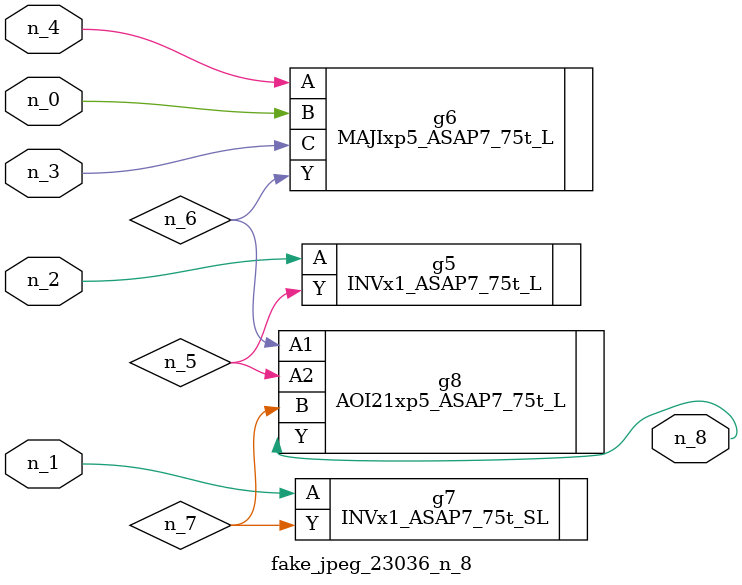
<source format=v>
module fake_jpeg_23036_n_8 (n_3, n_2, n_1, n_0, n_4, n_8);

input n_3;
input n_2;
input n_1;
input n_0;
input n_4;

output n_8;

wire n_6;
wire n_5;
wire n_7;

INVx1_ASAP7_75t_L g5 ( 
.A(n_2),
.Y(n_5)
);

MAJIxp5_ASAP7_75t_L g6 ( 
.A(n_4),
.B(n_0),
.C(n_3),
.Y(n_6)
);

INVx1_ASAP7_75t_SL g7 ( 
.A(n_1),
.Y(n_7)
);

AOI21xp5_ASAP7_75t_L g8 ( 
.A1(n_6),
.A2(n_5),
.B(n_7),
.Y(n_8)
);


endmodule
</source>
